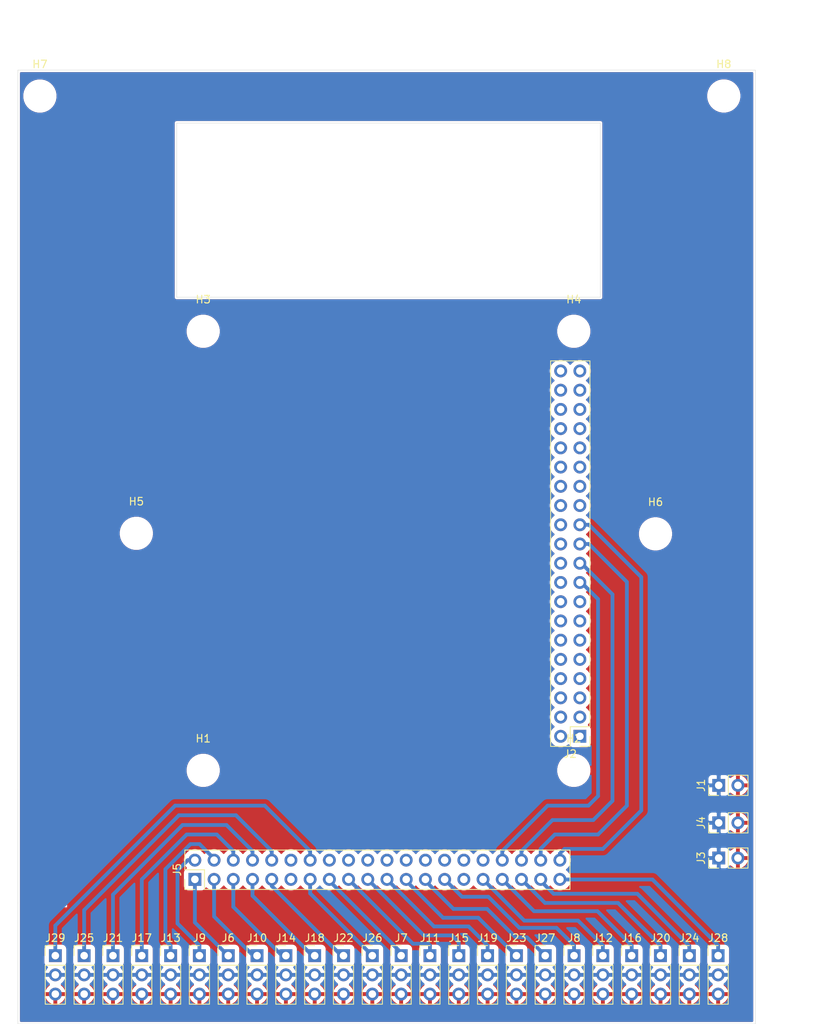
<source format=kicad_pcb>
(kicad_pcb (version 20171130) (host pcbnew 5.1.7-a382d34a8~88~ubuntu18.04.1)
  (layers (0 F.Cu signal hide) (31 B.Cu signal) (34 B.Paste user) (35 F.Paste user) (36 B.SilkS user) (37 F.SilkS user) (38 B.Mask user) (39 F.Mask user) (44 Edge.Cuts user))
  (net 0 "")
  (net 1 GND)
  (net 2 +5V)
  (net 3 /SCK)
  (net 4 /MISO)
  (net 5 /MOSI)
  (net 6 /PWM_18)
  (net 7 /PWM_24)
  (net 8 /PWM_17)
  (net 9 /PWM_23)
  (net 10 /PWM_16)
  (net 11 /PWM_22)
  (net 12 /PWM_15)
  (net 13 /PWM_21)
  (net 14 /PWM_14)
  (net 15 /PWM_20)
  (net 16 /PWM_13)
  (net 17 /PWM_19)
  (net 18 /PWM_12)
  (net 19 /PWM_11)
  (net 20 /PWM_10)
  (net 21 /PWM_9)
  (net 22 /PWM_8)
  (net 23 /PWM_7)
  (net 24 /PWM_6)
  (net 25 /PWM_5)
  (net 26 /PWM_4)
  (net 27 /PWM_3)
  (net 28 /PWM_2)
  (net 29 /PWM_1)
  (net 30 "Net-(J2-Pad40)")
  (net 31 "Net-(J2-Pad39)")
  (net 32 "Net-(J2-Pad38)")
  (net 33 "Net-(J2-Pad37)")
  (net 34 "Net-(J2-Pad36)")
  (net 35 "Net-(J2-Pad35)")
  (net 36 "Net-(J2-Pad34)")
  (net 37 "Net-(J2-Pad33)")
  (net 38 "Net-(J2-Pad32)")
  (net 39 "Net-(J2-Pad31)")
  (net 40 "Net-(J2-Pad30)")
  (net 41 "Net-(J2-Pad29)")
  (net 42 "Net-(J2-Pad28)")
  (net 43 "Net-(J2-Pad27)")
  (net 44 "Net-(J2-Pad26)")
  (net 45 "Net-(J2-Pad25)")
  (net 46 "Net-(J2-Pad24)")
  (net 47 "Net-(J2-Pad22)")
  (net 48 "Net-(J2-Pad20)")
  (net 49 "Net-(J2-Pad18)")
  (net 50 "Net-(J2-Pad16)")
  (net 51 /SS)
  (net 52 "Net-(J2-Pad14)")
  (net 53 "Net-(J2-Pad13)")
  (net 54 "Net-(J2-Pad12)")
  (net 55 "Net-(J2-Pad11)")
  (net 56 "Net-(J2-Pad10)")
  (net 57 "Net-(J2-Pad9)")
  (net 58 "Net-(J2-Pad8)")
  (net 59 "Net-(J2-Pad7)")
  (net 60 "Net-(J2-Pad6)")
  (net 61 "Net-(J2-Pad5)")
  (net 62 "Net-(J2-Pad4)")
  (net 63 "Net-(J2-Pad3)")
  (net 64 "Net-(J2-Pad2)")
  (net 65 "Net-(J2-Pad1)")
  (net 66 "Net-(J5-Pad32)")
  (net 67 "Net-(J5-Pad30)")
  (net 68 "Net-(J5-Pad29)")
  (net 69 "Net-(J5-Pad28)")
  (net 70 "Net-(J5-Pad26)")
  (net 71 "Net-(J5-Pad24)")
  (net 72 "Net-(J5-Pad22)")
  (net 73 "Net-(J5-Pad20)")
  (net 74 "Net-(J5-Pad18)")
  (net 75 "Net-(J5-Pad16)")
  (net 76 "Net-(J5-Pad12)")
  (net 77 "Net-(J5-Pad11)")
  (net 78 "Net-(J2-Pad15)")
  (module MountingHole:MountingHole_3.2mm_M3 (layer F.Cu) (at 105.91 43.43)
    (fp_text reference H7 (at 0 -4.2) (layer F.SilkS))
    (fp_text value MountingHole)
    (pad 1 np_thru_hole circle (at 0 0) (size 3.2 3.2) (drill 3.2) (layers *.Cu *.Mask))
  )
  (module MountingHole:MountingHole_3.2mm_M3 (layer F.Cu) (at 196.33 43.42)
    (fp_text reference H8 (at 0 -4.2) (layer F.SilkS))
    (fp_text value MountingHole)
    (pad 1 np_thru_hole circle (at 0 0) (size 3.2 3.2) (drill 3.2) (layers *.Cu *.Mask))
  )
  (module MountingHole:MountingHole_3.2mm_M3 (layer F.Cu) (at 187.3 101.26)
    (fp_text reference H6 (at 0 -4.2) (layer F.SilkS))
    (fp_text value MountingHole)
    (pad 1 np_thru_hole circle (at 0 0) (size 3.2 3.2) (drill 3.2) (layers *.Cu *.Mask))
  )
  (module MountingHole:MountingHole_3.2mm_M3 (layer F.Cu) (at 118.66 101.19)
    (fp_text reference H5 (at 0 -4.2) (layer F.SilkS))
    (fp_text value MountingHole)
    (pad 1 np_thru_hole circle (at 0 0) (size 3.2 3.2) (drill 3.2) (layers *.Cu *.Mask))
  )
  (module MountingHole:MountingHole_3.2mm_M3 (layer F.Cu) (at 176.5 74.5)
    (fp_text reference H4 (at 0 -4.2) (layer F.SilkS))
    (fp_text value MountingHole)
    (pad 1 np_thru_hole circle (at 0 0) (size 3.2 3.2) (drill 3.2) (layers *.Cu *.Mask))
  )
  (module MountingHole:MountingHole_3.2mm_M3 (layer F.Cu) (at 127.5 74.5)
    (fp_text reference H3 (at 0 -4.2) (layer F.SilkS))
    (fp_text value MountingHole)
    (pad 1 np_thru_hole circle (at 0 0) (size 3.2 3.2) (drill 3.2) (layers *.Cu *.Mask))
  )
  (module MountingHole:MountingHole_3.2mm_M3 (layer F.Cu) (at 176.5 132.5)
    (fp_text reference H2 (at 0 -4.2) (layer F.SilkS))
    (fp_text value MountingHole)
    (pad 1 np_thru_hole circle (at 0 0) (size 3.2 3.2) (drill 3.2) (layers *.Cu *.Mask))
  )
  (module MountingHole:MountingHole_3.2mm_M3 (layer F.Cu) (at 127.5 132.5)
    (fp_text reference H1 (at 0 -4.2) (layer F.SilkS))
    (fp_text value MountingHole)
    (pad 1 np_thru_hole circle (at 0 0) (size 3.2 3.2) (drill 3.2) (layers *.Cu *.Mask))
  )
  (module Connector_PinHeader_2.54mm:PinHeader_1x02_P2.54mm_Vertical (layer F.Cu) (at 195.656 139.43 90)
    (fp_text reference J4 (at 0 -2.33 90) (layer F.SilkS))
    (fp_text value Conn_01x02_Male)
    (pad 2 thru_hole oval (at 0 2.54 90) (size 1.7 1.7) (drill 1) (layers *.Cu *.Mask) (net 1 GND))
    (pad 1 thru_hole rect (at 0 0 90) (size 1.7 1.7) (drill 1) (layers *.Cu *.Mask) (net 2 +5V))
  )
  (module Connector_PinHeader_2.54mm:PinHeader_1x02_P2.54mm_Vertical (layer F.Cu) (at 195.656 144.08 90)
    (fp_text reference J3 (at 0 -2.33 90) (layer F.SilkS))
    (fp_text value Conn_01x02_Male)
    (pad 2 thru_hole oval (at 0 2.54 90) (size 1.7 1.7) (drill 1) (layers *.Cu *.Mask) (net 1 GND))
    (pad 1 thru_hole rect (at 0 0 90) (size 1.7 1.7) (drill 1) (layers *.Cu *.Mask) (net 2 +5V))
  )
  (module Connector_PinHeader_2.54mm:PinHeader_1x03_P2.54mm_Vertical (layer F.Cu) (at 107.95 156.972)
    (fp_text reference J29 (at 0 -2.33) (layer F.SilkS))
    (fp_text value Conn_01x03_Male)
    (pad 3 thru_hole oval (at 0 5.08) (size 1.7 1.7) (drill 1) (layers *.Cu *.Mask) (net 1 GND))
    (pad 2 thru_hole oval (at 0 2.54) (size 1.7 1.7) (drill 1) (layers *.Cu *.Mask) (net 2 +5V))
    (pad 1 thru_hole rect (at 0 0) (size 1.7 1.7) (drill 1) (layers *.Cu *.Mask) (net 7 /PWM_24))
  )
  (module Connector_PinHeader_2.54mm:PinHeader_1x03_P2.54mm_Vertical (layer F.Cu) (at 195.58 156.972)
    (fp_text reference J28 (at 0 -2.33) (layer F.SilkS))
    (fp_text value Conn_01x03_Male)
    (pad 3 thru_hole oval (at 0 5.08) (size 1.7 1.7) (drill 1) (layers *.Cu *.Mask) (net 1 GND))
    (pad 2 thru_hole oval (at 0 2.54) (size 1.7 1.7) (drill 1) (layers *.Cu *.Mask) (net 2 +5V))
    (pad 1 thru_hole rect (at 0 0) (size 1.7 1.7) (drill 1) (layers *.Cu *.Mask) (net 6 /PWM_18))
  )
  (module Connector_PinHeader_2.54mm:PinHeader_1x03_P2.54mm_Vertical (layer F.Cu) (at 172.72 156.972)
    (fp_text reference J27 (at 0 -2.33) (layer F.SilkS))
    (fp_text value Conn_01x03_Male)
    (pad 3 thru_hole oval (at 0 5.08) (size 1.7 1.7) (drill 1) (layers *.Cu *.Mask) (net 1 GND))
    (pad 2 thru_hole oval (at 0 2.54) (size 1.7 1.7) (drill 1) (layers *.Cu *.Mask) (net 2 +5V))
    (pad 1 thru_hole rect (at 0 0) (size 1.7 1.7) (drill 1) (layers *.Cu *.Mask) (net 18 /PWM_12))
  )
  (module Connector_PinHeader_2.54mm:PinHeader_1x03_P2.54mm_Vertical (layer F.Cu) (at 149.86 156.972)
    (fp_text reference J26 (at 0 -2.33) (layer F.SilkS))
    (fp_text value Conn_01x03_Male)
    (pad 3 thru_hole oval (at 0 5.08) (size 1.7 1.7) (drill 1) (layers *.Cu *.Mask) (net 1 GND))
    (pad 2 thru_hole oval (at 0 2.54) (size 1.7 1.7) (drill 1) (layers *.Cu *.Mask) (net 2 +5V))
    (pad 1 thru_hole rect (at 0 0) (size 1.7 1.7) (drill 1) (layers *.Cu *.Mask) (net 24 /PWM_6))
  )
  (module Connector_PinHeader_2.54mm:PinHeader_1x03_P2.54mm_Vertical (layer F.Cu) (at 111.76 156.972)
    (fp_text reference J25 (at 0 -2.33) (layer F.SilkS))
    (fp_text value Conn_01x03_Male)
    (pad 3 thru_hole oval (at 0 5.08) (size 1.7 1.7) (drill 1) (layers *.Cu *.Mask) (net 1 GND))
    (pad 2 thru_hole oval (at 0 2.54) (size 1.7 1.7) (drill 1) (layers *.Cu *.Mask) (net 2 +5V))
    (pad 1 thru_hole rect (at 0 0) (size 1.7 1.7) (drill 1) (layers *.Cu *.Mask) (net 9 /PWM_23))
  )
  (module Connector_PinHeader_2.54mm:PinHeader_1x03_P2.54mm_Vertical (layer F.Cu) (at 191.77 156.972)
    (fp_text reference J24 (at 0 -2.33 180) (layer F.SilkS))
    (fp_text value Conn_01x03_Male)
    (pad 3 thru_hole oval (at 0 5.08) (size 1.7 1.7) (drill 1) (layers *.Cu *.Mask) (net 1 GND))
    (pad 2 thru_hole oval (at 0 2.54) (size 1.7 1.7) (drill 1) (layers *.Cu *.Mask) (net 2 +5V))
    (pad 1 thru_hole rect (at 0 0) (size 1.7 1.7) (drill 1) (layers *.Cu *.Mask) (net 8 /PWM_17))
  )
  (module Connector_PinHeader_2.54mm:PinHeader_1x03_P2.54mm_Vertical (layer F.Cu) (at 168.91 156.972)
    (fp_text reference J23 (at 0 -2.33) (layer F.SilkS))
    (fp_text value Conn_01x03_Male)
    (pad 3 thru_hole oval (at 0 5.08) (size 1.7 1.7) (drill 1) (layers *.Cu *.Mask) (net 1 GND))
    (pad 2 thru_hole oval (at 0 2.54) (size 1.7 1.7) (drill 1) (layers *.Cu *.Mask) (net 2 +5V))
    (pad 1 thru_hole rect (at 0 0) (size 1.7 1.7) (drill 1) (layers *.Cu *.Mask) (net 19 /PWM_11))
  )
  (module Connector_PinHeader_2.54mm:PinHeader_1x03_P2.54mm_Vertical (layer F.Cu) (at 146.05 156.972)
    (fp_text reference J22 (at 0 -2.33) (layer F.SilkS))
    (fp_text value Conn_01x03_Male)
    (pad 3 thru_hole oval (at 0 5.08) (size 1.7 1.7) (drill 1) (layers *.Cu *.Mask) (net 1 GND))
    (pad 2 thru_hole oval (at 0 2.54) (size 1.7 1.7) (drill 1) (layers *.Cu *.Mask) (net 2 +5V))
    (pad 1 thru_hole rect (at 0 0) (size 1.7 1.7) (drill 1) (layers *.Cu *.Mask) (net 25 /PWM_5))
  )
  (module Connector_PinHeader_2.54mm:PinHeader_1x03_P2.54mm_Vertical (layer F.Cu) (at 115.57 156.972)
    (fp_text reference J21 (at 0 -2.33) (layer F.SilkS))
    (fp_text value Conn_01x03_Male)
    (pad 3 thru_hole oval (at 0 5.08) (size 1.7 1.7) (drill 1) (layers *.Cu *.Mask) (net 1 GND))
    (pad 2 thru_hole oval (at 0 2.54) (size 1.7 1.7) (drill 1) (layers *.Cu *.Mask) (net 2 +5V))
    (pad 1 thru_hole rect (at 0 0) (size 1.7 1.7) (drill 1) (layers *.Cu *.Mask) (net 11 /PWM_22))
  )
  (module Connector_PinHeader_2.54mm:PinHeader_1x03_P2.54mm_Vertical (layer F.Cu) (at 187.96 156.972)
    (fp_text reference J20 (at 0 -2.33) (layer F.SilkS))
    (fp_text value Conn_01x03_Male)
    (pad 3 thru_hole oval (at 0 5.08) (size 1.7 1.7) (drill 1) (layers *.Cu *.Mask) (net 1 GND))
    (pad 2 thru_hole oval (at 0 2.54) (size 1.7 1.7) (drill 1) (layers *.Cu *.Mask) (net 2 +5V))
    (pad 1 thru_hole rect (at 0 0) (size 1.7 1.7) (drill 1) (layers *.Cu *.Mask) (net 10 /PWM_16))
  )
  (module Connector_PinHeader_2.54mm:PinHeader_1x03_P2.54mm_Vertical (layer F.Cu) (at 165.1 156.972)
    (fp_text reference J19 (at 0 -2.33) (layer F.SilkS))
    (fp_text value Conn_01x03_Male)
    (pad 3 thru_hole oval (at 0 5.08) (size 1.7 1.7) (drill 1) (layers *.Cu *.Mask) (net 1 GND))
    (pad 2 thru_hole oval (at 0 2.54) (size 1.7 1.7) (drill 1) (layers *.Cu *.Mask) (net 2 +5V))
    (pad 1 thru_hole rect (at 0 0) (size 1.7 1.7) (drill 1) (layers *.Cu *.Mask) (net 20 /PWM_10))
  )
  (module Connector_PinHeader_2.54mm:PinHeader_1x03_P2.54mm_Vertical (layer F.Cu) (at 142.24 156.972)
    (fp_text reference J18 (at 0 -2.33) (layer F.SilkS))
    (fp_text value Conn_01x03_Male)
    (pad 3 thru_hole oval (at 0 5.08) (size 1.7 1.7) (drill 1) (layers *.Cu *.Mask) (net 1 GND))
    (pad 2 thru_hole oval (at 0 2.54) (size 1.7 1.7) (drill 1) (layers *.Cu *.Mask) (net 2 +5V))
    (pad 1 thru_hole rect (at 0 0) (size 1.7 1.7) (drill 1) (layers *.Cu *.Mask) (net 26 /PWM_4))
  )
  (module Connector_PinHeader_2.54mm:PinHeader_1x03_P2.54mm_Vertical (layer F.Cu) (at 119.38 156.972)
    (fp_text reference J17 (at 0 -2.33) (layer F.SilkS))
    (fp_text value Conn_01x03_Male)
    (pad 3 thru_hole oval (at 0 5.08) (size 1.7 1.7) (drill 1) (layers *.Cu *.Mask) (net 1 GND))
    (pad 2 thru_hole oval (at 0 2.54) (size 1.7 1.7) (drill 1) (layers *.Cu *.Mask) (net 2 +5V))
    (pad 1 thru_hole rect (at 0 0) (size 1.7 1.7) (drill 1) (layers *.Cu *.Mask) (net 13 /PWM_21))
  )
  (module Connector_PinHeader_2.54mm:PinHeader_1x03_P2.54mm_Vertical (layer F.Cu) (at 184.15 156.972)
    (fp_text reference J16 (at 0 -2.33) (layer F.SilkS))
    (fp_text value Conn_01x03_Male)
    (pad 3 thru_hole oval (at 0 5.08) (size 1.7 1.7) (drill 1) (layers *.Cu *.Mask) (net 1 GND))
    (pad 2 thru_hole oval (at 0 2.54) (size 1.7 1.7) (drill 1) (layers *.Cu *.Mask) (net 2 +5V))
    (pad 1 thru_hole rect (at 0 0) (size 1.7 1.7) (drill 1) (layers *.Cu *.Mask) (net 12 /PWM_15))
  )
  (module Connector_PinHeader_2.54mm:PinHeader_1x03_P2.54mm_Vertical (layer F.Cu) (at 161.29 156.972)
    (fp_text reference J15 (at 0 -2.33) (layer F.SilkS))
    (fp_text value Conn_01x03_Male)
    (pad 3 thru_hole oval (at 0 5.08) (size 1.7 1.7) (drill 1) (layers *.Cu *.Mask) (net 1 GND))
    (pad 2 thru_hole oval (at 0 2.54) (size 1.7 1.7) (drill 1) (layers *.Cu *.Mask) (net 2 +5V))
    (pad 1 thru_hole rect (at 0 0) (size 1.7 1.7) (drill 1) (layers *.Cu *.Mask) (net 21 /PWM_9))
  )
  (module Connector_PinHeader_2.54mm:PinHeader_1x03_P2.54mm_Vertical (layer F.Cu) (at 138.43 156.972)
    (fp_text reference J14 (at 0 -2.33) (layer F.SilkS))
    (fp_text value Conn_01x03_Male)
    (pad 3 thru_hole oval (at 0 5.08) (size 1.7 1.7) (drill 1) (layers *.Cu *.Mask) (net 1 GND))
    (pad 2 thru_hole oval (at 0 2.54) (size 1.7 1.7) (drill 1) (layers *.Cu *.Mask) (net 2 +5V))
    (pad 1 thru_hole rect (at 0 0) (size 1.7 1.7) (drill 1) (layers *.Cu *.Mask) (net 27 /PWM_3))
  )
  (module Connector_PinHeader_2.54mm:PinHeader_1x03_P2.54mm_Vertical (layer F.Cu) (at 123.19 156.972)
    (fp_text reference J13 (at 0 -2.33) (layer F.SilkS))
    (fp_text value Conn_01x03_Male)
    (pad 3 thru_hole oval (at 0 5.08) (size 1.7 1.7) (drill 1) (layers *.Cu *.Mask) (net 1 GND))
    (pad 2 thru_hole oval (at 0 2.54) (size 1.7 1.7) (drill 1) (layers *.Cu *.Mask) (net 2 +5V))
    (pad 1 thru_hole rect (at 0 0) (size 1.7 1.7) (drill 1) (layers *.Cu *.Mask) (net 15 /PWM_20))
  )
  (module Connector_PinHeader_2.54mm:PinHeader_1x03_P2.54mm_Vertical (layer F.Cu) (at 180.34 156.972)
    (fp_text reference J12 (at 0 -2.33) (layer F.SilkS))
    (fp_text value Conn_01x03_Male)
    (pad 3 thru_hole oval (at 0 5.08) (size 1.7 1.7) (drill 1) (layers *.Cu *.Mask) (net 1 GND))
    (pad 2 thru_hole oval (at 0 2.54) (size 1.7 1.7) (drill 1) (layers *.Cu *.Mask) (net 2 +5V))
    (pad 1 thru_hole rect (at 0 0) (size 1.7 1.7) (drill 1) (layers *.Cu *.Mask) (net 14 /PWM_14))
  )
  (module Connector_PinHeader_2.54mm:PinHeader_1x03_P2.54mm_Vertical (layer F.Cu) (at 157.48 156.972)
    (fp_text reference J11 (at 0 -2.33) (layer F.SilkS))
    (fp_text value Conn_01x03_Male)
    (pad 3 thru_hole oval (at 0 5.08) (size 1.7 1.7) (drill 1) (layers *.Cu *.Mask) (net 1 GND))
    (pad 2 thru_hole oval (at 0 2.54) (size 1.7 1.7) (drill 1) (layers *.Cu *.Mask) (net 2 +5V))
    (pad 1 thru_hole rect (at 0 0) (size 1.7 1.7) (drill 1) (layers *.Cu *.Mask) (net 22 /PWM_8))
  )
  (module Connector_PinHeader_2.54mm:PinHeader_1x03_P2.54mm_Vertical (layer F.Cu) (at 134.62 156.972)
    (fp_text reference J10 (at 0 -2.33) (layer F.SilkS))
    (fp_text value Conn_01x03_Male)
    (pad 3 thru_hole oval (at 0 5.08) (size 1.7 1.7) (drill 1) (layers *.Cu *.Mask) (net 1 GND))
    (pad 2 thru_hole oval (at 0 2.54) (size 1.7 1.7) (drill 1) (layers *.Cu *.Mask) (net 2 +5V))
    (pad 1 thru_hole rect (at 0 0) (size 1.7 1.7) (drill 1) (layers *.Cu *.Mask) (net 28 /PWM_2))
  )
  (module Connector_PinHeader_2.54mm:PinHeader_1x03_P2.54mm_Vertical (layer F.Cu) (at 127 156.972)
    (fp_text reference J9 (at 0 -2.33) (layer F.SilkS))
    (fp_text value Conn_01x03_Male)
    (pad 3 thru_hole oval (at 0 5.08) (size 1.7 1.7) (drill 1) (layers *.Cu *.Mask) (net 1 GND))
    (pad 2 thru_hole oval (at 0 2.54) (size 1.7 1.7) (drill 1) (layers *.Cu *.Mask) (net 2 +5V))
    (pad 1 thru_hole rect (at 0 0) (size 1.7 1.7) (drill 1) (layers *.Cu *.Mask) (net 17 /PWM_19))
  )
  (module Connector_PinHeader_2.54mm:PinHeader_1x03_P2.54mm_Vertical (layer F.Cu) (at 176.53 156.972)
    (fp_text reference J8 (at 0 -2.33) (layer F.SilkS))
    (fp_text value Conn_01x03_Male)
    (pad 3 thru_hole oval (at 0 5.08) (size 1.7 1.7) (drill 1) (layers *.Cu *.Mask) (net 1 GND))
    (pad 2 thru_hole oval (at 0 2.54) (size 1.7 1.7) (drill 1) (layers *.Cu *.Mask) (net 2 +5V))
    (pad 1 thru_hole rect (at 0 0) (size 1.7 1.7) (drill 1) (layers *.Cu *.Mask) (net 16 /PWM_13))
  )
  (module Connector_PinHeader_2.54mm:PinHeader_1x03_P2.54mm_Vertical (layer F.Cu) (at 153.67 156.972)
    (fp_text reference J7 (at 0 -2.33) (layer F.SilkS))
    (fp_text value Conn_01x03_Male)
    (pad 3 thru_hole oval (at 0 5.08) (size 1.7 1.7) (drill 1) (layers *.Cu *.Mask) (net 1 GND))
    (pad 2 thru_hole oval (at 0 2.54) (size 1.7 1.7) (drill 1) (layers *.Cu *.Mask) (net 2 +5V))
    (pad 1 thru_hole rect (at 0 0) (size 1.7 1.7) (drill 1) (layers *.Cu *.Mask) (net 23 /PWM_7))
  )
  (module Connector_PinHeader_2.54mm:PinHeader_1x03_P2.54mm_Vertical (layer F.Cu) (at 130.81 156.972)
    (fp_text reference J6 (at 0 -2.33) (layer F.SilkS))
    (fp_text value Conn_01x03_Male)
    (pad 3 thru_hole oval (at 0 5.08) (size 1.7 1.7) (drill 1) (layers *.Cu *.Mask) (net 1 GND))
    (pad 2 thru_hole oval (at 0 2.54) (size 1.7 1.7) (drill 1) (layers *.Cu *.Mask) (net 2 +5V))
    (pad 1 thru_hole rect (at 0 0) (size 1.7 1.7) (drill 1) (layers *.Cu *.Mask) (net 29 /PWM_1))
  )
  (module Connector_PinHeader_2.54mm:PinHeader_2x20_P2.54mm_Vertical (layer F.Cu) (at 126.4 146.9 90)
    (fp_text reference J5 (at 1.27 -2.33 270) (layer F.SilkS))
    (fp_text value Conn_02x20_Odd_Even)
    (pad 40 thru_hole oval (at 2.54 48.26 90) (size 1.7 1.7) (drill 1) (layers *.Cu *.Mask) (net 51 /SS))
    (pad 39 thru_hole oval (at 0 48.26 90) (size 1.7 1.7) (drill 1) (layers *.Cu *.Mask) (net 6 /PWM_18))
    (pad 38 thru_hole oval (at 2.54 45.72 90) (size 1.7 1.7) (drill 1) (layers *.Cu *.Mask) (net 3 /SCK))
    (pad 37 thru_hole oval (at 0 45.72 90) (size 1.7 1.7) (drill 1) (layers *.Cu *.Mask) (net 8 /PWM_17))
    (pad 36 thru_hole oval (at 2.54 43.18 90) (size 1.7 1.7) (drill 1) (layers *.Cu *.Mask) (net 4 /MISO))
    (pad 35 thru_hole oval (at 0 43.18 90) (size 1.7 1.7) (drill 1) (layers *.Cu *.Mask) (net 10 /PWM_16))
    (pad 34 thru_hole oval (at 2.54 40.64 90) (size 1.7 1.7) (drill 1) (layers *.Cu *.Mask) (net 5 /MOSI))
    (pad 33 thru_hole oval (at 0 40.64 90) (size 1.7 1.7) (drill 1) (layers *.Cu *.Mask) (net 12 /PWM_15))
    (pad 32 thru_hole oval (at 2.54 38.1 90) (size 1.7 1.7) (drill 1) (layers *.Cu *.Mask) (net 66 "Net-(J5-Pad32)"))
    (pad 31 thru_hole oval (at 0 38.1 90) (size 1.7 1.7) (drill 1) (layers *.Cu *.Mask) (net 14 /PWM_14))
    (pad 30 thru_hole oval (at 2.54 35.56 90) (size 1.7 1.7) (drill 1) (layers *.Cu *.Mask) (net 67 "Net-(J5-Pad30)"))
    (pad 29 thru_hole oval (at 0 35.56 90) (size 1.7 1.7) (drill 1) (layers *.Cu *.Mask) (net 68 "Net-(J5-Pad29)"))
    (pad 28 thru_hole oval (at 2.54 33.02 90) (size 1.7 1.7) (drill 1) (layers *.Cu *.Mask) (net 69 "Net-(J5-Pad28)"))
    (pad 27 thru_hole oval (at 0 33.02 90) (size 1.7 1.7) (drill 1) (layers *.Cu *.Mask) (net 16 /PWM_13))
    (pad 26 thru_hole oval (at 2.54 30.48 90) (size 1.7 1.7) (drill 1) (layers *.Cu *.Mask) (net 70 "Net-(J5-Pad26)"))
    (pad 25 thru_hole oval (at 0 30.48 90) (size 1.7 1.7) (drill 1) (layers *.Cu *.Mask) (net 18 /PWM_12))
    (pad 24 thru_hole oval (at 2.54 27.94 90) (size 1.7 1.7) (drill 1) (layers *.Cu *.Mask) (net 71 "Net-(J5-Pad24)"))
    (pad 23 thru_hole oval (at 0 27.94 90) (size 1.7 1.7) (drill 1) (layers *.Cu *.Mask) (net 19 /PWM_11))
    (pad 22 thru_hole oval (at 2.54 25.4 90) (size 1.7 1.7) (drill 1) (layers *.Cu *.Mask) (net 72 "Net-(J5-Pad22)"))
    (pad 21 thru_hole oval (at 0 25.4 90) (size 1.7 1.7) (drill 1) (layers *.Cu *.Mask) (net 20 /PWM_10))
    (pad 20 thru_hole oval (at 2.54 22.86 90) (size 1.7 1.7) (drill 1) (layers *.Cu *.Mask) (net 73 "Net-(J5-Pad20)"))
    (pad 19 thru_hole oval (at 0 22.86 90) (size 1.7 1.7) (drill 1) (layers *.Cu *.Mask) (net 21 /PWM_9))
    (pad 18 thru_hole oval (at 2.54 20.32 90) (size 1.7 1.7) (drill 1) (layers *.Cu *.Mask) (net 74 "Net-(J5-Pad18)"))
    (pad 17 thru_hole oval (at 0 20.32 90) (size 1.7 1.7) (drill 1) (layers *.Cu *.Mask) (net 22 /PWM_8))
    (pad 16 thru_hole oval (at 2.54 17.78 90) (size 1.7 1.7) (drill 1) (layers *.Cu *.Mask) (net 75 "Net-(J5-Pad16)"))
    (pad 15 thru_hole oval (at 0 17.78 90) (size 1.7 1.7) (drill 1) (layers *.Cu *.Mask) (net 23 /PWM_7))
    (pad 14 thru_hole oval (at 2.54 15.24 90) (size 1.7 1.7) (drill 1) (layers *.Cu *.Mask) (net 7 /PWM_24))
    (pad 13 thru_hole oval (at 0 15.24 90) (size 1.7 1.7) (drill 1) (layers *.Cu *.Mask) (net 24 /PWM_6))
    (pad 12 thru_hole oval (at 2.54 12.7 90) (size 1.7 1.7) (drill 1) (layers *.Cu *.Mask) (net 76 "Net-(J5-Pad12)"))
    (pad 11 thru_hole oval (at 0 12.7 90) (size 1.7 1.7) (drill 1) (layers *.Cu *.Mask) (net 77 "Net-(J5-Pad11)"))
    (pad 10 thru_hole oval (at 2.54 10.16 90) (size 1.7 1.7) (drill 1) (layers *.Cu *.Mask) (net 9 /PWM_23))
    (pad 9 thru_hole oval (at 0 10.16 90) (size 1.7 1.7) (drill 1) (layers *.Cu *.Mask) (net 25 /PWM_5))
    (pad 8 thru_hole oval (at 2.54 7.62 90) (size 1.7 1.7) (drill 1) (layers *.Cu *.Mask) (net 11 /PWM_22))
    (pad 7 thru_hole oval (at 0 7.62 90) (size 1.7 1.7) (drill 1) (layers *.Cu *.Mask) (net 26 /PWM_4))
    (pad 6 thru_hole oval (at 2.54 5.08 90) (size 1.7 1.7) (drill 1) (layers *.Cu *.Mask) (net 13 /PWM_21))
    (pad 5 thru_hole oval (at 0 5.08 90) (size 1.7 1.7) (drill 1) (layers *.Cu *.Mask) (net 27 /PWM_3))
    (pad 4 thru_hole oval (at 2.54 2.54 90) (size 1.7 1.7) (drill 1) (layers *.Cu *.Mask) (net 15 /PWM_20))
    (pad 3 thru_hole oval (at 0 2.54 90) (size 1.7 1.7) (drill 1) (layers *.Cu *.Mask) (net 28 /PWM_2))
    (pad 2 thru_hole oval (at 2.54 0 90) (size 1.7 1.7) (drill 1) (layers *.Cu *.Mask) (net 17 /PWM_19))
    (pad 1 thru_hole rect (at 0 0 90) (size 1.7 1.7) (drill 1) (layers *.Cu *.Mask) (net 29 /PWM_1))
  )
  (module Connector_PinHeader_2.54mm:PinHeader_2x20_P2.54mm_Vertical (layer F.Cu) (at 177.3 128 180)
    (fp_text reference J2 (at 1.27 -2.33) (layer F.SilkS))
    (fp_text value Conn_02x20_Odd_Even)
    (pad 40 thru_hole oval (at 2.54 48.26 180) (size 1.7 1.7) (drill 1) (layers *.Cu *.Mask) (net 30 "Net-(J2-Pad40)"))
    (pad 39 thru_hole oval (at 0 48.26 180) (size 1.7 1.7) (drill 1) (layers *.Cu *.Mask) (net 31 "Net-(J2-Pad39)"))
    (pad 38 thru_hole oval (at 2.54 45.72 180) (size 1.7 1.7) (drill 1) (layers *.Cu *.Mask) (net 32 "Net-(J2-Pad38)"))
    (pad 37 thru_hole oval (at 0 45.72 180) (size 1.7 1.7) (drill 1) (layers *.Cu *.Mask) (net 33 "Net-(J2-Pad37)"))
    (pad 36 thru_hole oval (at 2.54 43.18 180) (size 1.7 1.7) (drill 1) (layers *.Cu *.Mask) (net 34 "Net-(J2-Pad36)"))
    (pad 35 thru_hole oval (at 0 43.18 180) (size 1.7 1.7) (drill 1) (layers *.Cu *.Mask) (net 35 "Net-(J2-Pad35)"))
    (pad 34 thru_hole oval (at 2.54 40.64 180) (size 1.7 1.7) (drill 1) (layers *.Cu *.Mask) (net 36 "Net-(J2-Pad34)"))
    (pad 33 thru_hole oval (at 0 40.64 180) (size 1.7 1.7) (drill 1) (layers *.Cu *.Mask) (net 37 "Net-(J2-Pad33)"))
    (pad 32 thru_hole oval (at 2.54 38.1 180) (size 1.7 1.7) (drill 1) (layers *.Cu *.Mask) (net 38 "Net-(J2-Pad32)"))
    (pad 31 thru_hole oval (at 0 38.1 180) (size 1.7 1.7) (drill 1) (layers *.Cu *.Mask) (net 39 "Net-(J2-Pad31)"))
    (pad 30 thru_hole oval (at 2.54 35.56 180) (size 1.7 1.7) (drill 1) (layers *.Cu *.Mask) (net 40 "Net-(J2-Pad30)"))
    (pad 29 thru_hole oval (at 0 35.56 180) (size 1.7 1.7) (drill 1) (layers *.Cu *.Mask) (net 41 "Net-(J2-Pad29)"))
    (pad 28 thru_hole oval (at 2.54 33.02 180) (size 1.7 1.7) (drill 1) (layers *.Cu *.Mask) (net 42 "Net-(J2-Pad28)"))
    (pad 27 thru_hole oval (at 0 33.02 180) (size 1.7 1.7) (drill 1) (layers *.Cu *.Mask) (net 43 "Net-(J2-Pad27)"))
    (pad 26 thru_hole oval (at 2.54 30.48 180) (size 1.7 1.7) (drill 1) (layers *.Cu *.Mask) (net 44 "Net-(J2-Pad26)"))
    (pad 25 thru_hole oval (at 0 30.48 180) (size 1.7 1.7) (drill 1) (layers *.Cu *.Mask) (net 45 "Net-(J2-Pad25)"))
    (pad 24 thru_hole oval (at 2.54 27.94 180) (size 1.7 1.7) (drill 1) (layers *.Cu *.Mask) (net 46 "Net-(J2-Pad24)"))
    (pad 23 thru_hole oval (at 0 27.94 180) (size 1.7 1.7) (drill 1) (layers *.Cu *.Mask) (net 51 /SS))
    (pad 22 thru_hole oval (at 2.54 25.4 180) (size 1.7 1.7) (drill 1) (layers *.Cu *.Mask) (net 47 "Net-(J2-Pad22)"))
    (pad 21 thru_hole oval (at 0 25.4 180) (size 1.7 1.7) (drill 1) (layers *.Cu *.Mask) (net 3 /SCK))
    (pad 20 thru_hole oval (at 2.54 22.86 180) (size 1.7 1.7) (drill 1) (layers *.Cu *.Mask) (net 48 "Net-(J2-Pad20)"))
    (pad 19 thru_hole oval (at 0 22.86 180) (size 1.7 1.7) (drill 1) (layers *.Cu *.Mask) (net 4 /MISO))
    (pad 18 thru_hole oval (at 2.54 20.32 180) (size 1.7 1.7) (drill 1) (layers *.Cu *.Mask) (net 49 "Net-(J2-Pad18)"))
    (pad 17 thru_hole oval (at 0 20.32 180) (size 1.7 1.7) (drill 1) (layers *.Cu *.Mask) (net 5 /MOSI))
    (pad 16 thru_hole oval (at 2.54 17.78 180) (size 1.7 1.7) (drill 1) (layers *.Cu *.Mask) (net 50 "Net-(J2-Pad16)"))
    (pad 15 thru_hole oval (at 0 17.78 180) (size 1.7 1.7) (drill 1) (layers *.Cu *.Mask) (net 78 "Net-(J2-Pad15)"))
    (pad 14 thru_hole oval (at 2.54 15.24 180) (size 1.7 1.7) (drill 1) (layers *.Cu *.Mask) (net 52 "Net-(J2-Pad14)"))
    (pad 13 thru_hole oval (at 0 15.24 180) (size 1.7 1.7) (drill 1) (layers *.Cu *.Mask) (net 53 "Net-(J2-Pad13)"))
    (pad 12 thru_hole oval (at 2.54 12.7 180) (size 1.7 1.7) (drill 1) (layers *.Cu *.Mask) (net 54 "Net-(J2-Pad12)"))
    (pad 11 thru_hole oval (at 0 12.7 180) (size 1.7 1.7) (drill 1) (layers *.Cu *.Mask) (net 55 "Net-(J2-Pad11)"))
    (pad 10 thru_hole oval (at 2.54 10.16 180) (size 1.7 1.7) (drill 1) (layers *.Cu *.Mask) (net 56 "Net-(J2-Pad10)"))
    (pad 9 thru_hole oval (at 0 10.16 180) (size 1.7 1.7) (drill 1) (layers *.Cu *.Mask) (net 57 "Net-(J2-Pad9)"))
    (pad 8 thru_hole oval (at 2.54 7.62 180) (size 1.7 1.7) (drill 1) (layers *.Cu *.Mask) (net 58 "Net-(J2-Pad8)"))
    (pad 7 thru_hole oval (at 0 7.62 180) (size 1.7 1.7) (drill 1) (layers *.Cu *.Mask) (net 59 "Net-(J2-Pad7)"))
    (pad 6 thru_hole oval (at 2.54 5.08 180) (size 1.7 1.7) (drill 1) (layers *.Cu *.Mask) (net 60 "Net-(J2-Pad6)"))
    (pad 5 thru_hole oval (at 0 5.08 180) (size 1.7 1.7) (drill 1) (layers *.Cu *.Mask) (net 61 "Net-(J2-Pad5)"))
    (pad 4 thru_hole oval (at 2.54 2.54 180) (size 1.7 1.7) (drill 1) (layers *.Cu *.Mask) (net 62 "Net-(J2-Pad4)"))
    (pad 3 thru_hole oval (at 0 2.54 180) (size 1.7 1.7) (drill 1) (layers *.Cu *.Mask) (net 63 "Net-(J2-Pad3)"))
    (pad 2 thru_hole oval (at 2.54 0 180) (size 1.7 1.7) (drill 1) (layers *.Cu *.Mask) (net 64 "Net-(J2-Pad2)"))
    (pad 1 thru_hole rect (at 0 0 180) (size 1.7 1.7) (drill 1) (layers *.Cu *.Mask) (net 65 "Net-(J2-Pad1)"))
  )
  (module Connector_PinHeader_2.54mm:PinHeader_1x02_P2.54mm_Vertical (layer F.Cu) (at 195.656 134.48 90)
    (fp_text reference J1 (at 0 -2.33 90) (layer F.SilkS))
    (fp_text value Conn_01x02_Male)
    (pad 2 thru_hole oval (at 0 2.54 90) (size 1.7 1.7) (drill 1) (layers *.Cu *.Mask) (net 1 GND))
    (pad 1 thru_hole rect (at 0 0 90) (size 1.7 1.7) (drill 1) (layers *.Cu *.Mask) (net 2 +5V))
  )
  (gr_text "in Vienna" (at 110.96 134.28 90) (layer F.Cu) (effects (font (size 1.5 1.5) (thickness 0.3))))
  (gr_text "Designed by Bojor&Menzel" (at 107.46 134.7 90) (layer F.Cu) (effects (font (size 1.5 1.5) (thickness 0.375))))
  (gr_line (start 103 40) (end 103 103.6) (layer Edge.Cuts) (width 0.05))
  (gr_line (start 103 40) (end 200.5 40) (layer Edge.Cuts) (width 0.05))
  (gr_line (start 200.5 150) (end 200.5 166) (layer Edge.Cuts) (width 0.05))
  (gr_line (start 103 150) (end 103 166) (layer Edge.Cuts) (width 0.05))
  (gr_line (start 103 135) (end 103 150) (layer Edge.Cuts) (width 0.05))
  (gr_line (start 200.5 135) (end 200.5 150) (layer Edge.Cuts) (width 0.05))
  (gr_line (start 200.5 135) (end 200.5 120) (layer Edge.Cuts) (width 0.05))
  (gr_line (start 103 120) (end 103 135) (layer Edge.Cuts) (width 0.05))
  (gr_line (start 124 47) (end 124 70) (layer Edge.Cuts) (width 0.05))
  (gr_line (start 180 47) (end 124 47) (layer Edge.Cuts) (width 0.05))
  (gr_line (start 180 70) (end 180 47) (layer Edge.Cuts) (width 0.05))
  (gr_line (start 124 70) (end 180 70) (layer Edge.Cuts) (width 0.05))
  (gr_line (start 103 166) (end 200.5 166) (layer Edge.Cuts) (width 0.05))
  (gr_line (start 103 103.6) (end 103 120) (layer Edge.Cuts) (width 0.05))
  (gr_line (start 200.5 103.6) (end 200.5 120) (layer Edge.Cuts) (width 0.05))
  (gr_line (start 200.5 40) (end 200.5 103.6) (layer Edge.Cuts) (width 0.05))
  (via (at 127.5 132.5) (size 3) (drill 2.75) (layers F.Cu B.Cu) (net 0))
  (segment (start 178.502081 102.6) (end 177.3 102.6) (width 0.5) (layer B.Cu) (net 3))
  (segment (start 172.12 144.36) (end 172.12 142.84) (width 0.5) (layer B.Cu) (net 3))
  (segment (start 172.12 142.84) (end 173.99 140.97) (width 0.5) (layer B.Cu) (net 3))
  (segment (start 173.99 140.97) (end 179.705 140.97) (width 0.5) (layer B.Cu) (net 3))
  (segment (start 183.515 137.16) (end 183.515 107.612919) (width 0.5) (layer B.Cu) (net 3))
  (segment (start 179.705 140.97) (end 183.515 137.16) (width 0.5) (layer B.Cu) (net 3))
  (segment (start 183.515 107.612919) (end 178.502081 102.6) (width 0.5) (layer B.Cu) (net 3))
  (segment (start 169.58 143.157919) (end 173.672919 139.065) (width 0.5) (layer B.Cu) (net 4))
  (segment (start 169.58 144.36) (end 169.58 143.157919) (width 0.5) (layer B.Cu) (net 4))
  (segment (start 173.672919 139.065) (end 179.07 139.065) (width 0.5) (layer B.Cu) (net 4))
  (segment (start 179.07 139.065) (end 181.61 136.525) (width 0.5) (layer B.Cu) (net 4))
  (segment (start 181.61 109.251998) (end 177.498002 105.14) (width 0.5) (layer B.Cu) (net 4))
  (segment (start 177.498002 105.14) (end 177.3 105.14) (width 0.5) (layer B.Cu) (net 4))
  (segment (start 181.61 136.525) (end 181.61 109.251998) (width 0.5) (layer B.Cu) (net 4))
  (segment (start 167.04 143.157919) (end 173.037919 137.16) (width 0.5) (layer B.Cu) (net 5))
  (segment (start 167.04 144.36) (end 167.04 143.157919) (width 0.5) (layer B.Cu) (net 5))
  (segment (start 173.037919 137.16) (end 178.435 137.16) (width 0.5) (layer B.Cu) (net 5))
  (segment (start 178.435 137.16) (end 179.705 135.89) (width 0.5) (layer B.Cu) (net 5))
  (segment (start 177.498002 107.68) (end 177.3 107.68) (width 0.5) (layer B.Cu) (net 5))
  (segment (start 179.705 109.886998) (end 177.498002 107.68) (width 0.5) (layer B.Cu) (net 5))
  (segment (start 179.705 135.89) (end 179.705 109.886998) (width 0.5) (layer B.Cu) (net 5))
  (segment (start 195.58 155.622) (end 195.58 156.972) (width 0.5) (layer B.Cu) (net 6))
  (segment (start 195.58 155.6004) (end 195.58 155.622) (width 0.5) (layer B.Cu) (net 6))
  (segment (start 174.66 146.9) (end 174.6736 146.9136) (width 0.5) (layer B.Cu) (net 6))
  (segment (start 186.8932 146.9136) (end 195.58 155.6004) (width 0.5) (layer B.Cu) (net 6))
  (segment (start 174.6736 146.9136) (end 186.8932 146.9136) (width 0.5) (layer B.Cu) (net 6))
  (segment (start 107.95 153.00087) (end 107.95 155.622) (width 0.5) (layer B.Cu) (net 7))
  (segment (start 123.79087 137.16) (end 107.95 153.00087) (width 0.5) (layer B.Cu) (net 7))
  (segment (start 107.95 155.622) (end 107.95 156.972) (width 0.5) (layer B.Cu) (net 7))
  (segment (start 135.642081 137.16) (end 123.79087 137.16) (width 0.5) (layer B.Cu) (net 7))
  (segment (start 141.64 144.36) (end 141.64 143.157919) (width 0.5) (layer B.Cu) (net 7))
  (segment (start 141.64 143.157919) (end 135.642081 137.16) (width 0.5) (layer B.Cu) (net 7))
  (segment (start 173.821998 148.8) (end 184.8934 148.8) (width 0.5) (layer B.Cu) (net 8))
  (segment (start 172.12 146.9) (end 172.12 147.098002) (width 0.5) (layer B.Cu) (net 8))
  (segment (start 191.77 155.6766) (end 191.77 156.972) (width 0.5) (layer B.Cu) (net 8))
  (segment (start 184.8934 148.8) (end 191.77 155.6766) (width 0.5) (layer B.Cu) (net 8))
  (segment (start 172.12 147.098002) (end 173.821998 148.8) (width 0.5) (layer B.Cu) (net 8))
  (segment (start 111.76 155.622) (end 111.76 156.972) (width 0.5) (layer B.Cu) (net 9))
  (segment (start 111.76 150.958652) (end 111.76 155.622) (width 0.5) (layer B.Cu) (net 9))
  (segment (start 131.832081 138.43) (end 124.288652 138.43) (width 0.5) (layer B.Cu) (net 9))
  (segment (start 124.288652 138.43) (end 111.76 150.958652) (width 0.5) (layer B.Cu) (net 9))
  (segment (start 136.56 144.36) (end 136.56 143.157919) (width 0.5) (layer B.Cu) (net 9))
  (segment (start 136.56 143.157919) (end 131.832081 138.43) (width 0.5) (layer B.Cu) (net 9))
  (segment (start 187.96 155.6258) (end 187.96 156.972) (width 0.5) (layer B.Cu) (net 10))
  (segment (start 182.3466 150.0124) (end 187.96 155.6258) (width 0.5) (layer B.Cu) (net 10))
  (segment (start 169.58 146.9) (end 172.6924 150.0124) (width 0.5) (layer B.Cu) (net 10))
  (segment (start 172.6924 150.0124) (end 182.3466 150.0124) (width 0.5) (layer B.Cu) (net 10))
  (segment (start 115.57 148.916434) (end 115.57 156.972) (width 0.5) (layer B.Cu) (net 11))
  (segment (start 124.766445 139.719989) (end 115.57 148.916434) (width 0.5) (layer B.Cu) (net 11))
  (segment (start 134.02 144.36) (end 134.02 143.157919) (width 0.5) (layer B.Cu) (net 11))
  (segment (start 130.58207 139.719989) (end 124.766445 139.719989) (width 0.5) (layer B.Cu) (net 11))
  (segment (start 134.02 143.157919) (end 130.58207 139.719989) (width 0.5) (layer B.Cu) (net 11))
  (segment (start 179.6242 151.1) (end 184.15 155.6258) (width 0.5) (layer B.Cu) (net 12))
  (segment (start 184.15 155.6258) (end 184.15 156.972) (width 0.5) (layer B.Cu) (net 12))
  (segment (start 167.04 146.9) (end 171.24 151.1) (width 0.5) (layer B.Cu) (net 12))
  (segment (start 171.24 151.1) (end 179.6242 151.1) (width 0.5) (layer B.Cu) (net 12))
  (segment (start 125.318346 140.97) (end 119.38 146.908346) (width 0.5) (layer B.Cu) (net 13))
  (segment (start 129.292081 140.97) (end 125.318346 140.97) (width 0.5) (layer B.Cu) (net 13))
  (segment (start 119.38 146.908346) (end 119.38 156.972) (width 0.5) (layer B.Cu) (net 13))
  (segment (start 131.48 144.36) (end 131.48 143.157919) (width 0.5) (layer B.Cu) (net 13))
  (segment (start 131.48 143.157919) (end 129.292081 140.97) (width 0.5) (layer B.Cu) (net 13))
  (segment (start 177.0672 152.3492) (end 180.34 155.622) (width 0.5) (layer B.Cu) (net 14))
  (segment (start 164.5 146.9) (end 169.9492 152.3492) (width 0.5) (layer B.Cu) (net 14))
  (segment (start 180.34 155.622) (end 180.34 156.972) (width 0.5) (layer B.Cu) (net 14))
  (segment (start 169.9492 152.3492) (end 177.0672 152.3492) (width 0.5) (layer B.Cu) (net 14))
  (segment (start 123.19 155.622) (end 123.19 156.972) (width 0.5) (layer B.Cu) (net 15))
  (segment (start 128.94 144.36) (end 128.94 144.161998) (width 0.5) (layer B.Cu) (net 15))
  (segment (start 128.94 144.161998) (end 127.018002 142.24) (width 0.5) (layer B.Cu) (net 15))
  (segment (start 127.018002 142.24) (end 125.816128 142.24) (width 0.5) (layer B.Cu) (net 15))
  (segment (start 125.816128 142.24) (end 122.5 145.556128) (width 0.5) (layer B.Cu) (net 15))
  (segment (start 122.5 145.556128) (end 122.5 154.932) (width 0.5) (layer B.Cu) (net 15))
  (segment (start 122.5 154.932) (end 123.19 155.622) (width 0.5) (layer B.Cu) (net 15))
  (segment (start 159.42 146.9) (end 161.72 149.2) (width 0.5) (layer B.Cu) (net 16))
  (segment (start 161.72 149.2) (end 165.2 149.2) (width 0.5) (layer B.Cu) (net 16))
  (segment (start 165.2 149.2) (end 169.3 153.3) (width 0.5) (layer B.Cu) (net 16))
  (segment (start 176.53 155.622) (end 176.53 156.972) (width 0.5) (layer B.Cu) (net 16))
  (segment (start 174.208 153.3) (end 176.53 155.622) (width 0.5) (layer B.Cu) (net 16))
  (segment (start 169.3 153.3) (end 174.208 153.3) (width 0.5) (layer B.Cu) (net 16))
  (segment (start 125.46391 144.36) (end 124.1 145.72391) (width 0.5) (layer B.Cu) (net 17))
  (segment (start 126.4 144.36) (end 125.46391 144.36) (width 0.5) (layer B.Cu) (net 17))
  (segment (start 124.1 145.72391) (end 124.1 152.722) (width 0.5) (layer B.Cu) (net 17))
  (segment (start 127 155.622) (end 127 156.972) (width 0.5) (layer B.Cu) (net 17))
  (segment (start 124.1 152.722) (end 127 155.622) (width 0.5) (layer B.Cu) (net 17))
  (segment (start 172.212 156.972) (end 172.72 156.972) (width 0.5) (layer B.Cu) (net 18))
  (segment (start 160.581977 150.799979) (end 156.88 147.098002) (width 0.5) (layer B.Cu) (net 18))
  (segment (start 170.29801 154.55001) (end 168.782229 154.55001) (width 0.5) (layer B.Cu) (net 18))
  (segment (start 165.032198 150.799979) (end 160.581977 150.799979) (width 0.5) (layer B.Cu) (net 18))
  (segment (start 156.88 147.098002) (end 156.88 146.9) (width 0.5) (layer B.Cu) (net 18))
  (segment (start 168.782229 154.55001) (end 165.032198 150.799979) (width 0.5) (layer B.Cu) (net 18))
  (segment (start 172.72 156.972) (end 170.29801 154.55001) (width 0.5) (layer B.Cu) (net 18))
  (segment (start 167.738 155.8) (end 168.91 156.972) (width 0.5) (layer B.Cu) (net 19))
  (segment (start 167.7 155.8) (end 167.738 155.8) (width 0.5) (layer B.Cu) (net 19))
  (segment (start 163.8682 151.9682) (end 167.7 155.8) (width 0.5) (layer B.Cu) (net 19))
  (segment (start 159.210198 151.9682) (end 163.8682 151.9682) (width 0.5) (layer B.Cu) (net 19))
  (segment (start 154.34 146.9) (end 154.34 147.098002) (width 0.5) (layer B.Cu) (net 19))
  (segment (start 154.34 147.098002) (end 159.210198 151.9682) (width 0.5) (layer B.Cu) (net 19))
  (segment (start 165.1 155.622) (end 165.1 156.972) (width 0.5) (layer B.Cu) (net 20))
  (segment (start 151.8 146.9) (end 158.0112 153.1112) (width 0.5) (layer B.Cu) (net 20))
  (segment (start 162.5892 153.1112) (end 165.1 155.622) (width 0.5) (layer B.Cu) (net 20))
  (segment (start 158.0112 153.1112) (end 162.5892 153.1112) (width 0.5) (layer B.Cu) (net 20))
  (segment (start 156.66 154.3) (end 160.4 154.3) (width 0.5) (layer B.Cu) (net 21))
  (segment (start 149.26 146.9) (end 156.66 154.3) (width 0.5) (layer B.Cu) (net 21))
  (segment (start 160.4 154.3) (end 161.29 155.19) (width 0.5) (layer B.Cu) (net 21))
  (segment (start 161.29 155.19) (end 161.29 156.972) (width 0.5) (layer B.Cu) (net 21))
  (segment (start 157.48 156.972) (end 157.48 155.622) (width 0.5) (layer B.Cu) (net 22))
  (segment (start 157.258 155.4) (end 155.22 155.4) (width 0.5) (layer B.Cu) (net 22))
  (segment (start 155.22 155.4) (end 146.72 146.9) (width 0.5) (layer B.Cu) (net 22))
  (segment (start 157.48 155.622) (end 157.258 155.4) (width 0.5) (layer B.Cu) (net 22))
  (segment (start 144.18 147.098002) (end 144.18 146.9) (width 0.5) (layer B.Cu) (net 23))
  (segment (start 153.67 156.972) (end 153.67 156.588002) (width 0.5) (layer B.Cu) (net 23))
  (segment (start 153.67 156.588002) (end 144.18 147.098002) (width 0.5) (layer B.Cu) (net 23))
  (segment (start 141.64 148.752) (end 149.86 156.972) (width 0.5) (layer B.Cu) (net 24))
  (segment (start 141.64 146.9) (end 141.64 148.752) (width 0.5) (layer B.Cu) (net 24))
  (segment (start 145.7695 156.972) (end 146.05 156.972) (width 0.5) (layer B.Cu) (net 25))
  (segment (start 136.56 146.9) (end 136.56 147.7625) (width 0.5) (layer B.Cu) (net 25))
  (segment (start 136.56 147.7625) (end 145.7695 156.972) (width 0.5) (layer B.Cu) (net 25))
  (segment (start 141.930002 156.972) (end 142.24 156.972) (width 0.5) (layer B.Cu) (net 26))
  (segment (start 134.02 149.061998) (end 141.930002 156.972) (width 0.5) (layer B.Cu) (net 26))
  (segment (start 134.02 146.9) (end 134.02 149.061998) (width 0.5) (layer B.Cu) (net 26))
  (segment (start 137.922 156.972) (end 138.43 156.972) (width 0.5) (layer B.Cu) (net 27))
  (segment (start 131.48 146.9) (end 131.48 150.53) (width 0.5) (layer B.Cu) (net 27))
  (segment (start 131.48 150.53) (end 137.922 156.972) (width 0.5) (layer B.Cu) (net 27))
  (segment (start 128.94 146.9) (end 128.94 151.8) (width 0.5) (layer B.Cu) (net 28))
  (segment (start 134.112 156.972) (end 134.62 156.972) (width 0.5) (layer B.Cu) (net 28))
  (segment (start 128.94 151.8) (end 134.112 156.972) (width 0.5) (layer B.Cu) (net 28))
  (segment (start 130.782 156.972) (end 130.81 156.972) (width 0.5) (layer B.Cu) (net 29))
  (segment (start 126.4 146.9) (end 126.4 152.59) (width 0.5) (layer B.Cu) (net 29))
  (segment (start 126.4 152.59) (end 130.782 156.972) (width 0.5) (layer B.Cu) (net 29))
  (segment (start 174.66 144.36) (end 174.66 143.475) (width 0.5) (layer B.Cu) (net 51))
  (segment (start 174.66 143.475) (end 175.26 142.875) (width 0.5) (layer B.Cu) (net 51))
  (segment (start 175.26 142.875) (end 180.34 142.875) (width 0.5) (layer B.Cu) (net 51))
  (segment (start 180.34 142.875) (end 185.42 137.795) (width 0.5) (layer B.Cu) (net 51))
  (segment (start 178.502081 100.06) (end 177.3 100.06) (width 0.5) (layer B.Cu) (net 51))
  (segment (start 185.42 106.977919) (end 178.502081 100.06) (width 0.5) (layer B.Cu) (net 51))
  (segment (start 185.42 137.795) (end 185.42 106.977919) (width 0.5) (layer B.Cu) (net 51))
  (zone (net 1) (net_name GND) (layer F.Cu) (connect_pads (clearance 0.25)) (min_thickness 0.254) (fill yes (arc_segments 32) (thermal_gap 0.508) (thermal_bridge_width 0.508))
    (polygon (pts (xy 200.5 165.99) (xy 103 166) (xy 103 40.01) (xy 200.5 40)))
  )
  (zone (net 2) (net_name +5V) (layer B.Cu) (connect_pads (clearance 0.25)) (min_thickness 0.254) (fill yes (arc_segments 32) (thermal_gap 0.508) (thermal_bridge_width 0.508))
    (polygon (pts (xy 200.5 166) (xy 103 165.99) (xy 103 40) (xy 200.5 40)))
  )
)
</source>
